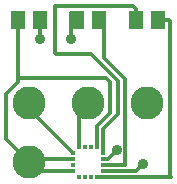
<source format=gtl>
G04 (created by PCBNEW (2013-07-07 BZR 4022)-stable) date 8/5/2015 3:42:45 PM*
%MOIN*%
G04 Gerber Fmt 3.4, Leading zero omitted, Abs format*
%FSLAX34Y34*%
G01*
G70*
G90*
G04 APERTURE LIST*
%ADD10C,0.00590551*%
%ADD11C,0.110236*%
%ADD12R,0.0177165X0.011811*%
%ADD13R,0.011811X0.0177165*%
%ADD14R,0.0512X0.059*%
%ADD15C,0.035*%
%ADD16C,0.011811*%
G04 APERTURE END LIST*
G54D10*
G54D11*
X78740Y-57086D03*
X80708Y-57086D03*
X76771Y-57086D03*
X76771Y-59055D03*
G54D12*
X78238Y-58759D03*
X78238Y-58956D03*
X78238Y-59153D03*
X78238Y-59350D03*
G54D13*
X78444Y-59557D03*
X78641Y-59557D03*
X78838Y-59557D03*
X79035Y-59557D03*
G54D12*
X79242Y-59350D03*
X79242Y-59153D03*
X79242Y-58956D03*
X79242Y-58759D03*
G54D13*
X79035Y-58553D03*
X78838Y-58553D03*
X78641Y-58553D03*
X78444Y-58553D03*
G54D14*
X76396Y-54330D03*
X77146Y-54330D03*
X81083Y-54330D03*
X80333Y-54330D03*
X79115Y-54330D03*
X78365Y-54330D03*
G54D15*
X78187Y-54962D03*
X79708Y-58663D03*
X77147Y-54966D03*
X80561Y-59141D03*
G54D16*
X78190Y-54090D02*
X78190Y-54959D01*
X78190Y-54959D02*
X78187Y-54962D01*
X79415Y-58956D02*
X79708Y-58663D01*
X79242Y-58956D02*
X79415Y-58956D01*
X77146Y-54330D02*
X77146Y-54965D01*
X77146Y-54965D02*
X77147Y-54966D01*
X79242Y-59350D02*
X80352Y-59350D01*
X80352Y-59350D02*
X80561Y-59141D01*
X79290Y-54090D02*
X79290Y-55581D01*
X79964Y-59153D02*
X79242Y-59153D01*
X79988Y-59129D02*
X79964Y-59153D01*
X79988Y-56279D02*
X79988Y-59129D01*
X79290Y-55581D02*
X79988Y-56279D01*
X77657Y-53865D02*
X80238Y-53865D01*
X80238Y-53865D02*
X80333Y-53960D01*
X79242Y-58759D02*
X79242Y-57974D01*
X80333Y-53960D02*
X80333Y-54330D01*
X77657Y-55431D02*
X77657Y-53865D01*
X77675Y-55448D02*
X77657Y-55431D01*
X78844Y-55448D02*
X77675Y-55448D01*
X79742Y-56346D02*
X78844Y-55448D01*
X79742Y-57474D02*
X79742Y-56346D01*
X79242Y-57974D02*
X79742Y-57474D01*
X79035Y-59557D02*
X81509Y-59557D01*
X81450Y-54330D02*
X81083Y-54330D01*
X81470Y-54350D02*
X81450Y-54330D01*
X81470Y-59517D02*
X81470Y-54350D01*
X81509Y-59557D02*
X81470Y-59517D01*
X76771Y-57086D02*
X76771Y-57293D01*
X76771Y-57293D02*
X78238Y-58759D01*
X78444Y-58553D02*
X78444Y-57381D01*
X78444Y-57381D02*
X78740Y-57086D01*
X79035Y-58553D02*
X79035Y-57862D01*
X79330Y-56250D02*
X76396Y-56250D01*
X79484Y-56403D02*
X79330Y-56250D01*
X79484Y-57413D02*
X79484Y-56403D01*
X79035Y-57862D02*
X79484Y-57413D01*
X76396Y-54330D02*
X76396Y-56250D01*
X76396Y-56250D02*
X76396Y-56394D01*
X76009Y-58293D02*
X76771Y-59055D01*
X76009Y-56781D02*
X76009Y-58293D01*
X76396Y-56394D02*
X76009Y-56781D01*
X78238Y-59350D02*
X77066Y-59350D01*
X77066Y-59350D02*
X76771Y-59055D01*
X78238Y-58956D02*
X76870Y-58956D01*
X76870Y-58956D02*
X76771Y-59055D01*
M02*

</source>
